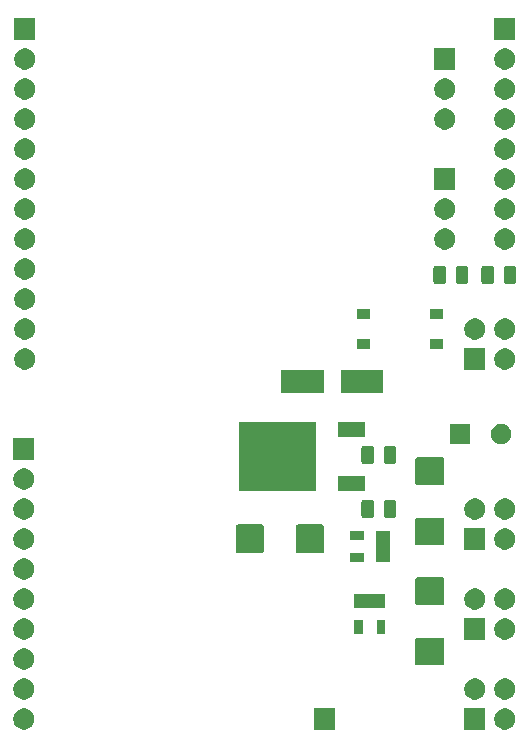
<source format=gbr>
G04 #@! TF.GenerationSoftware,KiCad,Pcbnew,5.1.5*
G04 #@! TF.CreationDate,2020-02-16T17:08:25+01:00*
G04 #@! TF.ProjectId,feuchtraumabzweigdose,66657563-6874-4726-9175-6d61627a7765,rev?*
G04 #@! TF.SameCoordinates,Original*
G04 #@! TF.FileFunction,Soldermask,Bot*
G04 #@! TF.FilePolarity,Negative*
%FSLAX46Y46*%
G04 Gerber Fmt 4.6, Leading zero omitted, Abs format (unit mm)*
G04 Created by KiCad (PCBNEW 5.1.5) date 2020-02-16 17:08:25*
%MOMM*%
%LPD*%
G04 APERTURE LIST*
%ADD10C,0.100000*%
G04 APERTURE END LIST*
D10*
G36*
X158381000Y-112661000D02*
G01*
X156579000Y-112661000D01*
X156579000Y-110859000D01*
X158381000Y-110859000D01*
X158381000Y-112661000D01*
G37*
G36*
X171081000Y-112661000D02*
G01*
X169279000Y-112661000D01*
X169279000Y-110859000D01*
X171081000Y-110859000D01*
X171081000Y-112661000D01*
G37*
G36*
X132113512Y-110863927D02*
G01*
X132262812Y-110893624D01*
X132426784Y-110961544D01*
X132574354Y-111060147D01*
X132699853Y-111185646D01*
X132798456Y-111333216D01*
X132866376Y-111497188D01*
X132901000Y-111671259D01*
X132901000Y-111848741D01*
X132866376Y-112022812D01*
X132798456Y-112186784D01*
X132699853Y-112334354D01*
X132574354Y-112459853D01*
X132426784Y-112558456D01*
X132262812Y-112626376D01*
X132113512Y-112656073D01*
X132088742Y-112661000D01*
X131911258Y-112661000D01*
X131886488Y-112656073D01*
X131737188Y-112626376D01*
X131573216Y-112558456D01*
X131425646Y-112459853D01*
X131300147Y-112334354D01*
X131201544Y-112186784D01*
X131133624Y-112022812D01*
X131099000Y-111848741D01*
X131099000Y-111671259D01*
X131133624Y-111497188D01*
X131201544Y-111333216D01*
X131300147Y-111185646D01*
X131425646Y-111060147D01*
X131573216Y-110961544D01*
X131737188Y-110893624D01*
X131886488Y-110863927D01*
X131911258Y-110859000D01*
X132088742Y-110859000D01*
X132113512Y-110863927D01*
G37*
G36*
X172833512Y-110863927D02*
G01*
X172982812Y-110893624D01*
X173146784Y-110961544D01*
X173294354Y-111060147D01*
X173419853Y-111185646D01*
X173518456Y-111333216D01*
X173586376Y-111497188D01*
X173621000Y-111671259D01*
X173621000Y-111848741D01*
X173586376Y-112022812D01*
X173518456Y-112186784D01*
X173419853Y-112334354D01*
X173294354Y-112459853D01*
X173146784Y-112558456D01*
X172982812Y-112626376D01*
X172833512Y-112656073D01*
X172808742Y-112661000D01*
X172631258Y-112661000D01*
X172606488Y-112656073D01*
X172457188Y-112626376D01*
X172293216Y-112558456D01*
X172145646Y-112459853D01*
X172020147Y-112334354D01*
X171921544Y-112186784D01*
X171853624Y-112022812D01*
X171819000Y-111848741D01*
X171819000Y-111671259D01*
X171853624Y-111497188D01*
X171921544Y-111333216D01*
X172020147Y-111185646D01*
X172145646Y-111060147D01*
X172293216Y-110961544D01*
X172457188Y-110893624D01*
X172606488Y-110863927D01*
X172631258Y-110859000D01*
X172808742Y-110859000D01*
X172833512Y-110863927D01*
G37*
G36*
X132113512Y-108323927D02*
G01*
X132262812Y-108353624D01*
X132426784Y-108421544D01*
X132574354Y-108520147D01*
X132699853Y-108645646D01*
X132798456Y-108793216D01*
X132866376Y-108957188D01*
X132901000Y-109131259D01*
X132901000Y-109308741D01*
X132866376Y-109482812D01*
X132798456Y-109646784D01*
X132699853Y-109794354D01*
X132574354Y-109919853D01*
X132426784Y-110018456D01*
X132262812Y-110086376D01*
X132113512Y-110116073D01*
X132088742Y-110121000D01*
X131911258Y-110121000D01*
X131886488Y-110116073D01*
X131737188Y-110086376D01*
X131573216Y-110018456D01*
X131425646Y-109919853D01*
X131300147Y-109794354D01*
X131201544Y-109646784D01*
X131133624Y-109482812D01*
X131099000Y-109308741D01*
X131099000Y-109131259D01*
X131133624Y-108957188D01*
X131201544Y-108793216D01*
X131300147Y-108645646D01*
X131425646Y-108520147D01*
X131573216Y-108421544D01*
X131737188Y-108353624D01*
X131886488Y-108323927D01*
X131911258Y-108319000D01*
X132088742Y-108319000D01*
X132113512Y-108323927D01*
G37*
G36*
X172833512Y-108323927D02*
G01*
X172982812Y-108353624D01*
X173146784Y-108421544D01*
X173294354Y-108520147D01*
X173419853Y-108645646D01*
X173518456Y-108793216D01*
X173586376Y-108957188D01*
X173621000Y-109131259D01*
X173621000Y-109308741D01*
X173586376Y-109482812D01*
X173518456Y-109646784D01*
X173419853Y-109794354D01*
X173294354Y-109919853D01*
X173146784Y-110018456D01*
X172982812Y-110086376D01*
X172833512Y-110116073D01*
X172808742Y-110121000D01*
X172631258Y-110121000D01*
X172606488Y-110116073D01*
X172457188Y-110086376D01*
X172293216Y-110018456D01*
X172145646Y-109919853D01*
X172020147Y-109794354D01*
X171921544Y-109646784D01*
X171853624Y-109482812D01*
X171819000Y-109308741D01*
X171819000Y-109131259D01*
X171853624Y-108957188D01*
X171921544Y-108793216D01*
X172020147Y-108645646D01*
X172145646Y-108520147D01*
X172293216Y-108421544D01*
X172457188Y-108353624D01*
X172606488Y-108323927D01*
X172631258Y-108319000D01*
X172808742Y-108319000D01*
X172833512Y-108323927D01*
G37*
G36*
X170293512Y-108323927D02*
G01*
X170442812Y-108353624D01*
X170606784Y-108421544D01*
X170754354Y-108520147D01*
X170879853Y-108645646D01*
X170978456Y-108793216D01*
X171046376Y-108957188D01*
X171081000Y-109131259D01*
X171081000Y-109308741D01*
X171046376Y-109482812D01*
X170978456Y-109646784D01*
X170879853Y-109794354D01*
X170754354Y-109919853D01*
X170606784Y-110018456D01*
X170442812Y-110086376D01*
X170293512Y-110116073D01*
X170268742Y-110121000D01*
X170091258Y-110121000D01*
X170066488Y-110116073D01*
X169917188Y-110086376D01*
X169753216Y-110018456D01*
X169605646Y-109919853D01*
X169480147Y-109794354D01*
X169381544Y-109646784D01*
X169313624Y-109482812D01*
X169279000Y-109308741D01*
X169279000Y-109131259D01*
X169313624Y-108957188D01*
X169381544Y-108793216D01*
X169480147Y-108645646D01*
X169605646Y-108520147D01*
X169753216Y-108421544D01*
X169917188Y-108353624D01*
X170066488Y-108323927D01*
X170091258Y-108319000D01*
X170268742Y-108319000D01*
X170293512Y-108323927D01*
G37*
G36*
X132113512Y-105783927D02*
G01*
X132262812Y-105813624D01*
X132426784Y-105881544D01*
X132574354Y-105980147D01*
X132699853Y-106105646D01*
X132798456Y-106253216D01*
X132866376Y-106417188D01*
X132901000Y-106591259D01*
X132901000Y-106768741D01*
X132866376Y-106942812D01*
X132798456Y-107106784D01*
X132699853Y-107254354D01*
X132574354Y-107379853D01*
X132426784Y-107478456D01*
X132262812Y-107546376D01*
X132113512Y-107576073D01*
X132088742Y-107581000D01*
X131911258Y-107581000D01*
X131886488Y-107576073D01*
X131737188Y-107546376D01*
X131573216Y-107478456D01*
X131425646Y-107379853D01*
X131300147Y-107254354D01*
X131201544Y-107106784D01*
X131133624Y-106942812D01*
X131099000Y-106768741D01*
X131099000Y-106591259D01*
X131133624Y-106417188D01*
X131201544Y-106253216D01*
X131300147Y-106105646D01*
X131425646Y-105980147D01*
X131573216Y-105881544D01*
X131737188Y-105813624D01*
X131886488Y-105783927D01*
X131911258Y-105779000D01*
X132088742Y-105779000D01*
X132113512Y-105783927D01*
G37*
G36*
X167463786Y-104882746D02*
G01*
X167494461Y-104892051D01*
X167522729Y-104907161D01*
X167547506Y-104927494D01*
X167567839Y-104952271D01*
X167582949Y-104980539D01*
X167592254Y-105011214D01*
X167596000Y-105049251D01*
X167596000Y-107060749D01*
X167592254Y-107098786D01*
X167582949Y-107129461D01*
X167567839Y-107157729D01*
X167547506Y-107182506D01*
X167522729Y-107202839D01*
X167494461Y-107217949D01*
X167463786Y-107227254D01*
X167425749Y-107231000D01*
X165314251Y-107231000D01*
X165276214Y-107227254D01*
X165245539Y-107217949D01*
X165217271Y-107202839D01*
X165192494Y-107182506D01*
X165172161Y-107157729D01*
X165157051Y-107129461D01*
X165147746Y-107098786D01*
X165144000Y-107060749D01*
X165144000Y-105049251D01*
X165147746Y-105011214D01*
X165157051Y-104980539D01*
X165172161Y-104952271D01*
X165192494Y-104927494D01*
X165217271Y-104907161D01*
X165245539Y-104892051D01*
X165276214Y-104882746D01*
X165314251Y-104879000D01*
X167425749Y-104879000D01*
X167463786Y-104882746D01*
G37*
G36*
X172833512Y-103243927D02*
G01*
X172982812Y-103273624D01*
X173146784Y-103341544D01*
X173294354Y-103440147D01*
X173419853Y-103565646D01*
X173518456Y-103713216D01*
X173586376Y-103877188D01*
X173621000Y-104051259D01*
X173621000Y-104228741D01*
X173586376Y-104402812D01*
X173518456Y-104566784D01*
X173419853Y-104714354D01*
X173294354Y-104839853D01*
X173146784Y-104938456D01*
X172982812Y-105006376D01*
X172833512Y-105036073D01*
X172808742Y-105041000D01*
X172631258Y-105041000D01*
X172606488Y-105036073D01*
X172457188Y-105006376D01*
X172293216Y-104938456D01*
X172145646Y-104839853D01*
X172020147Y-104714354D01*
X171921544Y-104566784D01*
X171853624Y-104402812D01*
X171819000Y-104228741D01*
X171819000Y-104051259D01*
X171853624Y-103877188D01*
X171921544Y-103713216D01*
X172020147Y-103565646D01*
X172145646Y-103440147D01*
X172293216Y-103341544D01*
X172457188Y-103273624D01*
X172606488Y-103243927D01*
X172631258Y-103239000D01*
X172808742Y-103239000D01*
X172833512Y-103243927D01*
G37*
G36*
X171081000Y-105041000D02*
G01*
X169279000Y-105041000D01*
X169279000Y-103239000D01*
X171081000Y-103239000D01*
X171081000Y-105041000D01*
G37*
G36*
X132113512Y-103243927D02*
G01*
X132262812Y-103273624D01*
X132426784Y-103341544D01*
X132574354Y-103440147D01*
X132699853Y-103565646D01*
X132798456Y-103713216D01*
X132866376Y-103877188D01*
X132901000Y-104051259D01*
X132901000Y-104228741D01*
X132866376Y-104402812D01*
X132798456Y-104566784D01*
X132699853Y-104714354D01*
X132574354Y-104839853D01*
X132426784Y-104938456D01*
X132262812Y-105006376D01*
X132113512Y-105036073D01*
X132088742Y-105041000D01*
X131911258Y-105041000D01*
X131886488Y-105036073D01*
X131737188Y-105006376D01*
X131573216Y-104938456D01*
X131425646Y-104839853D01*
X131300147Y-104714354D01*
X131201544Y-104566784D01*
X131133624Y-104402812D01*
X131099000Y-104228741D01*
X131099000Y-104051259D01*
X131133624Y-103877188D01*
X131201544Y-103713216D01*
X131300147Y-103565646D01*
X131425646Y-103440147D01*
X131573216Y-103341544D01*
X131737188Y-103273624D01*
X131886488Y-103243927D01*
X131911258Y-103239000D01*
X132088742Y-103239000D01*
X132113512Y-103243927D01*
G37*
G36*
X162616000Y-104551000D02*
G01*
X161864000Y-104551000D01*
X161864000Y-103389000D01*
X162616000Y-103389000D01*
X162616000Y-104551000D01*
G37*
G36*
X160716000Y-104551000D02*
G01*
X159964000Y-104551000D01*
X159964000Y-103389000D01*
X160716000Y-103389000D01*
X160716000Y-104551000D01*
G37*
G36*
X170293512Y-100703927D02*
G01*
X170442812Y-100733624D01*
X170606784Y-100801544D01*
X170754354Y-100900147D01*
X170879853Y-101025646D01*
X170978456Y-101173216D01*
X171046376Y-101337188D01*
X171081000Y-101511259D01*
X171081000Y-101688741D01*
X171046376Y-101862812D01*
X170978456Y-102026784D01*
X170879853Y-102174354D01*
X170754354Y-102299853D01*
X170606784Y-102398456D01*
X170442812Y-102466376D01*
X170293512Y-102496073D01*
X170268742Y-102501000D01*
X170091258Y-102501000D01*
X170066488Y-102496073D01*
X169917188Y-102466376D01*
X169753216Y-102398456D01*
X169605646Y-102299853D01*
X169480147Y-102174354D01*
X169381544Y-102026784D01*
X169313624Y-101862812D01*
X169279000Y-101688741D01*
X169279000Y-101511259D01*
X169313624Y-101337188D01*
X169381544Y-101173216D01*
X169480147Y-101025646D01*
X169605646Y-100900147D01*
X169753216Y-100801544D01*
X169917188Y-100733624D01*
X170066488Y-100703927D01*
X170091258Y-100699000D01*
X170268742Y-100699000D01*
X170293512Y-100703927D01*
G37*
G36*
X132113512Y-100703927D02*
G01*
X132262812Y-100733624D01*
X132426784Y-100801544D01*
X132574354Y-100900147D01*
X132699853Y-101025646D01*
X132798456Y-101173216D01*
X132866376Y-101337188D01*
X132901000Y-101511259D01*
X132901000Y-101688741D01*
X132866376Y-101862812D01*
X132798456Y-102026784D01*
X132699853Y-102174354D01*
X132574354Y-102299853D01*
X132426784Y-102398456D01*
X132262812Y-102466376D01*
X132113512Y-102496073D01*
X132088742Y-102501000D01*
X131911258Y-102501000D01*
X131886488Y-102496073D01*
X131737188Y-102466376D01*
X131573216Y-102398456D01*
X131425646Y-102299853D01*
X131300147Y-102174354D01*
X131201544Y-102026784D01*
X131133624Y-101862812D01*
X131099000Y-101688741D01*
X131099000Y-101511259D01*
X131133624Y-101337188D01*
X131201544Y-101173216D01*
X131300147Y-101025646D01*
X131425646Y-100900147D01*
X131573216Y-100801544D01*
X131737188Y-100733624D01*
X131886488Y-100703927D01*
X131911258Y-100699000D01*
X132088742Y-100699000D01*
X132113512Y-100703927D01*
G37*
G36*
X172833512Y-100703927D02*
G01*
X172982812Y-100733624D01*
X173146784Y-100801544D01*
X173294354Y-100900147D01*
X173419853Y-101025646D01*
X173518456Y-101173216D01*
X173586376Y-101337188D01*
X173621000Y-101511259D01*
X173621000Y-101688741D01*
X173586376Y-101862812D01*
X173518456Y-102026784D01*
X173419853Y-102174354D01*
X173294354Y-102299853D01*
X173146784Y-102398456D01*
X172982812Y-102466376D01*
X172833512Y-102496073D01*
X172808742Y-102501000D01*
X172631258Y-102501000D01*
X172606488Y-102496073D01*
X172457188Y-102466376D01*
X172293216Y-102398456D01*
X172145646Y-102299853D01*
X172020147Y-102174354D01*
X171921544Y-102026784D01*
X171853624Y-101862812D01*
X171819000Y-101688741D01*
X171819000Y-101511259D01*
X171853624Y-101337188D01*
X171921544Y-101173216D01*
X172020147Y-101025646D01*
X172145646Y-100900147D01*
X172293216Y-100801544D01*
X172457188Y-100733624D01*
X172606488Y-100703927D01*
X172631258Y-100699000D01*
X172808742Y-100699000D01*
X172833512Y-100703927D01*
G37*
G36*
X162616000Y-102351000D02*
G01*
X159964000Y-102351000D01*
X159964000Y-101189000D01*
X162616000Y-101189000D01*
X162616000Y-102351000D01*
G37*
G36*
X167463786Y-99782746D02*
G01*
X167494461Y-99792051D01*
X167522729Y-99807161D01*
X167547506Y-99827494D01*
X167567839Y-99852271D01*
X167582949Y-99880539D01*
X167592254Y-99911214D01*
X167596000Y-99949251D01*
X167596000Y-101960749D01*
X167592254Y-101998786D01*
X167582949Y-102029461D01*
X167567839Y-102057729D01*
X167547506Y-102082506D01*
X167522729Y-102102839D01*
X167494461Y-102117949D01*
X167463786Y-102127254D01*
X167425749Y-102131000D01*
X165314251Y-102131000D01*
X165276214Y-102127254D01*
X165245539Y-102117949D01*
X165217271Y-102102839D01*
X165192494Y-102082506D01*
X165172161Y-102057729D01*
X165157051Y-102029461D01*
X165147746Y-101998786D01*
X165144000Y-101960749D01*
X165144000Y-99949251D01*
X165147746Y-99911214D01*
X165157051Y-99880539D01*
X165172161Y-99852271D01*
X165192494Y-99827494D01*
X165217271Y-99807161D01*
X165245539Y-99792051D01*
X165276214Y-99782746D01*
X165314251Y-99779000D01*
X167425749Y-99779000D01*
X167463786Y-99782746D01*
G37*
G36*
X132113512Y-98163927D02*
G01*
X132262812Y-98193624D01*
X132426784Y-98261544D01*
X132574354Y-98360147D01*
X132699853Y-98485646D01*
X132798456Y-98633216D01*
X132866376Y-98797188D01*
X132901000Y-98971259D01*
X132901000Y-99148741D01*
X132866376Y-99322812D01*
X132798456Y-99486784D01*
X132699853Y-99634354D01*
X132574354Y-99759853D01*
X132426784Y-99858456D01*
X132262812Y-99926376D01*
X132113512Y-99956073D01*
X132088742Y-99961000D01*
X131911258Y-99961000D01*
X131886488Y-99956073D01*
X131737188Y-99926376D01*
X131573216Y-99858456D01*
X131425646Y-99759853D01*
X131300147Y-99634354D01*
X131201544Y-99486784D01*
X131133624Y-99322812D01*
X131099000Y-99148741D01*
X131099000Y-98971259D01*
X131133624Y-98797188D01*
X131201544Y-98633216D01*
X131300147Y-98485646D01*
X131425646Y-98360147D01*
X131573216Y-98261544D01*
X131737188Y-98193624D01*
X131886488Y-98163927D01*
X131911258Y-98159000D01*
X132088742Y-98159000D01*
X132113512Y-98163927D01*
G37*
G36*
X160771000Y-98481000D02*
G01*
X159609000Y-98481000D01*
X159609000Y-97729000D01*
X160771000Y-97729000D01*
X160771000Y-98481000D01*
G37*
G36*
X162971000Y-98481000D02*
G01*
X161809000Y-98481000D01*
X161809000Y-95829000D01*
X162971000Y-95829000D01*
X162971000Y-98481000D01*
G37*
G36*
X152163786Y-95297746D02*
G01*
X152194461Y-95307051D01*
X152222729Y-95322161D01*
X152247506Y-95342494D01*
X152267839Y-95367271D01*
X152282949Y-95395539D01*
X152292254Y-95426214D01*
X152296000Y-95464251D01*
X152296000Y-97575749D01*
X152292254Y-97613786D01*
X152282949Y-97644461D01*
X152267839Y-97672729D01*
X152247506Y-97697506D01*
X152222729Y-97717839D01*
X152194461Y-97732949D01*
X152163786Y-97742254D01*
X152125749Y-97746000D01*
X150114251Y-97746000D01*
X150076214Y-97742254D01*
X150045539Y-97732949D01*
X150017271Y-97717839D01*
X149992494Y-97697506D01*
X149972161Y-97672729D01*
X149957051Y-97644461D01*
X149947746Y-97613786D01*
X149944000Y-97575749D01*
X149944000Y-95464251D01*
X149947746Y-95426214D01*
X149957051Y-95395539D01*
X149972161Y-95367271D01*
X149992494Y-95342494D01*
X150017271Y-95322161D01*
X150045539Y-95307051D01*
X150076214Y-95297746D01*
X150114251Y-95294000D01*
X152125749Y-95294000D01*
X152163786Y-95297746D01*
G37*
G36*
X157263786Y-95297746D02*
G01*
X157294461Y-95307051D01*
X157322729Y-95322161D01*
X157347506Y-95342494D01*
X157367839Y-95367271D01*
X157382949Y-95395539D01*
X157392254Y-95426214D01*
X157396000Y-95464251D01*
X157396000Y-97575749D01*
X157392254Y-97613786D01*
X157382949Y-97644461D01*
X157367839Y-97672729D01*
X157347506Y-97697506D01*
X157322729Y-97717839D01*
X157294461Y-97732949D01*
X157263786Y-97742254D01*
X157225749Y-97746000D01*
X155214251Y-97746000D01*
X155176214Y-97742254D01*
X155145539Y-97732949D01*
X155117271Y-97717839D01*
X155092494Y-97697506D01*
X155072161Y-97672729D01*
X155057051Y-97644461D01*
X155047746Y-97613786D01*
X155044000Y-97575749D01*
X155044000Y-95464251D01*
X155047746Y-95426214D01*
X155057051Y-95395539D01*
X155072161Y-95367271D01*
X155092494Y-95342494D01*
X155117271Y-95322161D01*
X155145539Y-95307051D01*
X155176214Y-95297746D01*
X155214251Y-95294000D01*
X157225749Y-95294000D01*
X157263786Y-95297746D01*
G37*
G36*
X171081000Y-97421000D02*
G01*
X169279000Y-97421000D01*
X169279000Y-95619000D01*
X171081000Y-95619000D01*
X171081000Y-97421000D01*
G37*
G36*
X132113512Y-95623927D02*
G01*
X132262812Y-95653624D01*
X132426784Y-95721544D01*
X132574354Y-95820147D01*
X132699853Y-95945646D01*
X132798456Y-96093216D01*
X132866376Y-96257188D01*
X132901000Y-96431259D01*
X132901000Y-96608741D01*
X132866376Y-96782812D01*
X132798456Y-96946784D01*
X132699853Y-97094354D01*
X132574354Y-97219853D01*
X132426784Y-97318456D01*
X132262812Y-97386376D01*
X132113512Y-97416073D01*
X132088742Y-97421000D01*
X131911258Y-97421000D01*
X131886488Y-97416073D01*
X131737188Y-97386376D01*
X131573216Y-97318456D01*
X131425646Y-97219853D01*
X131300147Y-97094354D01*
X131201544Y-96946784D01*
X131133624Y-96782812D01*
X131099000Y-96608741D01*
X131099000Y-96431259D01*
X131133624Y-96257188D01*
X131201544Y-96093216D01*
X131300147Y-95945646D01*
X131425646Y-95820147D01*
X131573216Y-95721544D01*
X131737188Y-95653624D01*
X131886488Y-95623927D01*
X131911258Y-95619000D01*
X132088742Y-95619000D01*
X132113512Y-95623927D01*
G37*
G36*
X172833512Y-95623927D02*
G01*
X172982812Y-95653624D01*
X173146784Y-95721544D01*
X173294354Y-95820147D01*
X173419853Y-95945646D01*
X173518456Y-96093216D01*
X173586376Y-96257188D01*
X173621000Y-96431259D01*
X173621000Y-96608741D01*
X173586376Y-96782812D01*
X173518456Y-96946784D01*
X173419853Y-97094354D01*
X173294354Y-97219853D01*
X173146784Y-97318456D01*
X172982812Y-97386376D01*
X172833512Y-97416073D01*
X172808742Y-97421000D01*
X172631258Y-97421000D01*
X172606488Y-97416073D01*
X172457188Y-97386376D01*
X172293216Y-97318456D01*
X172145646Y-97219853D01*
X172020147Y-97094354D01*
X171921544Y-96946784D01*
X171853624Y-96782812D01*
X171819000Y-96608741D01*
X171819000Y-96431259D01*
X171853624Y-96257188D01*
X171921544Y-96093216D01*
X172020147Y-95945646D01*
X172145646Y-95820147D01*
X172293216Y-95721544D01*
X172457188Y-95653624D01*
X172606488Y-95623927D01*
X172631258Y-95619000D01*
X172808742Y-95619000D01*
X172833512Y-95623927D01*
G37*
G36*
X167463786Y-94722746D02*
G01*
X167494461Y-94732051D01*
X167522729Y-94747161D01*
X167547506Y-94767494D01*
X167567839Y-94792271D01*
X167582949Y-94820539D01*
X167592254Y-94851214D01*
X167596000Y-94889251D01*
X167596000Y-96900749D01*
X167592254Y-96938786D01*
X167582949Y-96969461D01*
X167567839Y-96997729D01*
X167547506Y-97022506D01*
X167522729Y-97042839D01*
X167494461Y-97057949D01*
X167463786Y-97067254D01*
X167425749Y-97071000D01*
X165314251Y-97071000D01*
X165276214Y-97067254D01*
X165245539Y-97057949D01*
X165217271Y-97042839D01*
X165192494Y-97022506D01*
X165172161Y-96997729D01*
X165157051Y-96969461D01*
X165147746Y-96938786D01*
X165144000Y-96900749D01*
X165144000Y-94889251D01*
X165147746Y-94851214D01*
X165157051Y-94820539D01*
X165172161Y-94792271D01*
X165192494Y-94767494D01*
X165217271Y-94747161D01*
X165245539Y-94732051D01*
X165276214Y-94722746D01*
X165314251Y-94719000D01*
X167425749Y-94719000D01*
X167463786Y-94722746D01*
G37*
G36*
X160771000Y-96581000D02*
G01*
X159609000Y-96581000D01*
X159609000Y-95829000D01*
X160771000Y-95829000D01*
X160771000Y-96581000D01*
G37*
G36*
X132113512Y-93083927D02*
G01*
X132262812Y-93113624D01*
X132426784Y-93181544D01*
X132574354Y-93280147D01*
X132699853Y-93405646D01*
X132798456Y-93553216D01*
X132866376Y-93717188D01*
X132901000Y-93891259D01*
X132901000Y-94068741D01*
X132866376Y-94242812D01*
X132798456Y-94406784D01*
X132699853Y-94554354D01*
X132574354Y-94679853D01*
X132426784Y-94778456D01*
X132262812Y-94846376D01*
X132113512Y-94876073D01*
X132088742Y-94881000D01*
X131911258Y-94881000D01*
X131886488Y-94876073D01*
X131737188Y-94846376D01*
X131573216Y-94778456D01*
X131425646Y-94679853D01*
X131300147Y-94554354D01*
X131201544Y-94406784D01*
X131133624Y-94242812D01*
X131099000Y-94068741D01*
X131099000Y-93891259D01*
X131133624Y-93717188D01*
X131201544Y-93553216D01*
X131300147Y-93405646D01*
X131425646Y-93280147D01*
X131573216Y-93181544D01*
X131737188Y-93113624D01*
X131886488Y-93083927D01*
X131911258Y-93079000D01*
X132088742Y-93079000D01*
X132113512Y-93083927D01*
G37*
G36*
X170293512Y-93083927D02*
G01*
X170442812Y-93113624D01*
X170606784Y-93181544D01*
X170754354Y-93280147D01*
X170879853Y-93405646D01*
X170978456Y-93553216D01*
X171046376Y-93717188D01*
X171081000Y-93891259D01*
X171081000Y-94068741D01*
X171046376Y-94242812D01*
X170978456Y-94406784D01*
X170879853Y-94554354D01*
X170754354Y-94679853D01*
X170606784Y-94778456D01*
X170442812Y-94846376D01*
X170293512Y-94876073D01*
X170268742Y-94881000D01*
X170091258Y-94881000D01*
X170066488Y-94876073D01*
X169917188Y-94846376D01*
X169753216Y-94778456D01*
X169605646Y-94679853D01*
X169480147Y-94554354D01*
X169381544Y-94406784D01*
X169313624Y-94242812D01*
X169279000Y-94068741D01*
X169279000Y-93891259D01*
X169313624Y-93717188D01*
X169381544Y-93553216D01*
X169480147Y-93405646D01*
X169605646Y-93280147D01*
X169753216Y-93181544D01*
X169917188Y-93113624D01*
X170066488Y-93083927D01*
X170091258Y-93079000D01*
X170268742Y-93079000D01*
X170293512Y-93083927D01*
G37*
G36*
X172833512Y-93083927D02*
G01*
X172982812Y-93113624D01*
X173146784Y-93181544D01*
X173294354Y-93280147D01*
X173419853Y-93405646D01*
X173518456Y-93553216D01*
X173586376Y-93717188D01*
X173621000Y-93891259D01*
X173621000Y-94068741D01*
X173586376Y-94242812D01*
X173518456Y-94406784D01*
X173419853Y-94554354D01*
X173294354Y-94679853D01*
X173146784Y-94778456D01*
X172982812Y-94846376D01*
X172833512Y-94876073D01*
X172808742Y-94881000D01*
X172631258Y-94881000D01*
X172606488Y-94876073D01*
X172457188Y-94846376D01*
X172293216Y-94778456D01*
X172145646Y-94679853D01*
X172020147Y-94554354D01*
X171921544Y-94406784D01*
X171853624Y-94242812D01*
X171819000Y-94068741D01*
X171819000Y-93891259D01*
X171853624Y-93717188D01*
X171921544Y-93553216D01*
X172020147Y-93405646D01*
X172145646Y-93280147D01*
X172293216Y-93181544D01*
X172457188Y-93113624D01*
X172606488Y-93083927D01*
X172631258Y-93079000D01*
X172808742Y-93079000D01*
X172833512Y-93083927D01*
G37*
G36*
X163361468Y-93233565D02*
G01*
X163400138Y-93245296D01*
X163435777Y-93264346D01*
X163467017Y-93289983D01*
X163492654Y-93321223D01*
X163511704Y-93356862D01*
X163523435Y-93395532D01*
X163528000Y-93441888D01*
X163528000Y-94518112D01*
X163523435Y-94564468D01*
X163511704Y-94603138D01*
X163492654Y-94638777D01*
X163467017Y-94670017D01*
X163435777Y-94695654D01*
X163400138Y-94714704D01*
X163361468Y-94726435D01*
X163315112Y-94731000D01*
X162663888Y-94731000D01*
X162617532Y-94726435D01*
X162578862Y-94714704D01*
X162543223Y-94695654D01*
X162511983Y-94670017D01*
X162486346Y-94638777D01*
X162467296Y-94603138D01*
X162455565Y-94564468D01*
X162451000Y-94518112D01*
X162451000Y-93441888D01*
X162455565Y-93395532D01*
X162467296Y-93356862D01*
X162486346Y-93321223D01*
X162511983Y-93289983D01*
X162543223Y-93264346D01*
X162578862Y-93245296D01*
X162617532Y-93233565D01*
X162663888Y-93229000D01*
X163315112Y-93229000D01*
X163361468Y-93233565D01*
G37*
G36*
X161486468Y-93233565D02*
G01*
X161525138Y-93245296D01*
X161560777Y-93264346D01*
X161592017Y-93289983D01*
X161617654Y-93321223D01*
X161636704Y-93356862D01*
X161648435Y-93395532D01*
X161653000Y-93441888D01*
X161653000Y-94518112D01*
X161648435Y-94564468D01*
X161636704Y-94603138D01*
X161617654Y-94638777D01*
X161592017Y-94670017D01*
X161560777Y-94695654D01*
X161525138Y-94714704D01*
X161486468Y-94726435D01*
X161440112Y-94731000D01*
X160788888Y-94731000D01*
X160742532Y-94726435D01*
X160703862Y-94714704D01*
X160668223Y-94695654D01*
X160636983Y-94670017D01*
X160611346Y-94638777D01*
X160592296Y-94603138D01*
X160580565Y-94564468D01*
X160576000Y-94518112D01*
X160576000Y-93441888D01*
X160580565Y-93395532D01*
X160592296Y-93356862D01*
X160611346Y-93321223D01*
X160636983Y-93289983D01*
X160668223Y-93264346D01*
X160703862Y-93245296D01*
X160742532Y-93233565D01*
X160788888Y-93229000D01*
X161440112Y-93229000D01*
X161486468Y-93233565D01*
G37*
G36*
X156726000Y-92486000D02*
G01*
X150224000Y-92486000D01*
X150224000Y-86584000D01*
X156726000Y-86584000D01*
X156726000Y-92486000D01*
G37*
G36*
X160926000Y-92466000D02*
G01*
X158624000Y-92466000D01*
X158624000Y-91164000D01*
X160926000Y-91164000D01*
X160926000Y-92466000D01*
G37*
G36*
X132113512Y-90543927D02*
G01*
X132262812Y-90573624D01*
X132426784Y-90641544D01*
X132574354Y-90740147D01*
X132699853Y-90865646D01*
X132798456Y-91013216D01*
X132866376Y-91177188D01*
X132901000Y-91351259D01*
X132901000Y-91528741D01*
X132866376Y-91702812D01*
X132798456Y-91866784D01*
X132699853Y-92014354D01*
X132574354Y-92139853D01*
X132426784Y-92238456D01*
X132262812Y-92306376D01*
X132113512Y-92336073D01*
X132088742Y-92341000D01*
X131911258Y-92341000D01*
X131886488Y-92336073D01*
X131737188Y-92306376D01*
X131573216Y-92238456D01*
X131425646Y-92139853D01*
X131300147Y-92014354D01*
X131201544Y-91866784D01*
X131133624Y-91702812D01*
X131099000Y-91528741D01*
X131099000Y-91351259D01*
X131133624Y-91177188D01*
X131201544Y-91013216D01*
X131300147Y-90865646D01*
X131425646Y-90740147D01*
X131573216Y-90641544D01*
X131737188Y-90573624D01*
X131886488Y-90543927D01*
X131911258Y-90539000D01*
X132088742Y-90539000D01*
X132113512Y-90543927D01*
G37*
G36*
X167463786Y-89622746D02*
G01*
X167494461Y-89632051D01*
X167522729Y-89647161D01*
X167547506Y-89667494D01*
X167567839Y-89692271D01*
X167582949Y-89720539D01*
X167592254Y-89751214D01*
X167596000Y-89789251D01*
X167596000Y-91800749D01*
X167592254Y-91838786D01*
X167582949Y-91869461D01*
X167567839Y-91897729D01*
X167547506Y-91922506D01*
X167522729Y-91942839D01*
X167494461Y-91957949D01*
X167463786Y-91967254D01*
X167425749Y-91971000D01*
X165314251Y-91971000D01*
X165276214Y-91967254D01*
X165245539Y-91957949D01*
X165217271Y-91942839D01*
X165192494Y-91922506D01*
X165172161Y-91897729D01*
X165157051Y-91869461D01*
X165147746Y-91838786D01*
X165144000Y-91800749D01*
X165144000Y-89789251D01*
X165147746Y-89751214D01*
X165157051Y-89720539D01*
X165172161Y-89692271D01*
X165192494Y-89667494D01*
X165217271Y-89647161D01*
X165245539Y-89632051D01*
X165276214Y-89622746D01*
X165314251Y-89619000D01*
X167425749Y-89619000D01*
X167463786Y-89622746D01*
G37*
G36*
X161486468Y-88661565D02*
G01*
X161525138Y-88673296D01*
X161560777Y-88692346D01*
X161592017Y-88717983D01*
X161617654Y-88749223D01*
X161636704Y-88784862D01*
X161648435Y-88823532D01*
X161653000Y-88869888D01*
X161653000Y-89946112D01*
X161648435Y-89992468D01*
X161636704Y-90031138D01*
X161617654Y-90066777D01*
X161592017Y-90098017D01*
X161560777Y-90123654D01*
X161525138Y-90142704D01*
X161486468Y-90154435D01*
X161440112Y-90159000D01*
X160788888Y-90159000D01*
X160742532Y-90154435D01*
X160703862Y-90142704D01*
X160668223Y-90123654D01*
X160636983Y-90098017D01*
X160611346Y-90066777D01*
X160592296Y-90031138D01*
X160580565Y-89992468D01*
X160576000Y-89946112D01*
X160576000Y-88869888D01*
X160580565Y-88823532D01*
X160592296Y-88784862D01*
X160611346Y-88749223D01*
X160636983Y-88717983D01*
X160668223Y-88692346D01*
X160703862Y-88673296D01*
X160742532Y-88661565D01*
X160788888Y-88657000D01*
X161440112Y-88657000D01*
X161486468Y-88661565D01*
G37*
G36*
X163361468Y-88661565D02*
G01*
X163400138Y-88673296D01*
X163435777Y-88692346D01*
X163467017Y-88717983D01*
X163492654Y-88749223D01*
X163511704Y-88784862D01*
X163523435Y-88823532D01*
X163528000Y-88869888D01*
X163528000Y-89946112D01*
X163523435Y-89992468D01*
X163511704Y-90031138D01*
X163492654Y-90066777D01*
X163467017Y-90098017D01*
X163435777Y-90123654D01*
X163400138Y-90142704D01*
X163361468Y-90154435D01*
X163315112Y-90159000D01*
X162663888Y-90159000D01*
X162617532Y-90154435D01*
X162578862Y-90142704D01*
X162543223Y-90123654D01*
X162511983Y-90098017D01*
X162486346Y-90066777D01*
X162467296Y-90031138D01*
X162455565Y-89992468D01*
X162451000Y-89946112D01*
X162451000Y-88869888D01*
X162455565Y-88823532D01*
X162467296Y-88784862D01*
X162486346Y-88749223D01*
X162511983Y-88717983D01*
X162543223Y-88692346D01*
X162578862Y-88673296D01*
X162617532Y-88661565D01*
X162663888Y-88657000D01*
X163315112Y-88657000D01*
X163361468Y-88661565D01*
G37*
G36*
X132901000Y-89801000D02*
G01*
X131099000Y-89801000D01*
X131099000Y-87999000D01*
X132901000Y-87999000D01*
X132901000Y-89801000D01*
G37*
G36*
X172658228Y-86811703D02*
G01*
X172813100Y-86875853D01*
X172952481Y-86968985D01*
X173071015Y-87087519D01*
X173164147Y-87226900D01*
X173228297Y-87381772D01*
X173261000Y-87546184D01*
X173261000Y-87713816D01*
X173228297Y-87878228D01*
X173164147Y-88033100D01*
X173071015Y-88172481D01*
X172952481Y-88291015D01*
X172813100Y-88384147D01*
X172658228Y-88448297D01*
X172493816Y-88481000D01*
X172326184Y-88481000D01*
X172161772Y-88448297D01*
X172006900Y-88384147D01*
X171867519Y-88291015D01*
X171748985Y-88172481D01*
X171655853Y-88033100D01*
X171591703Y-87878228D01*
X171559000Y-87713816D01*
X171559000Y-87546184D01*
X171591703Y-87381772D01*
X171655853Y-87226900D01*
X171748985Y-87087519D01*
X171867519Y-86968985D01*
X172006900Y-86875853D01*
X172161772Y-86811703D01*
X172326184Y-86779000D01*
X172493816Y-86779000D01*
X172658228Y-86811703D01*
G37*
G36*
X169761000Y-88481000D02*
G01*
X168059000Y-88481000D01*
X168059000Y-86779000D01*
X169761000Y-86779000D01*
X169761000Y-88481000D01*
G37*
G36*
X160926000Y-87906000D02*
G01*
X158624000Y-87906000D01*
X158624000Y-86604000D01*
X160926000Y-86604000D01*
X160926000Y-87906000D01*
G37*
G36*
X162416000Y-84136000D02*
G01*
X158814000Y-84136000D01*
X158814000Y-82234000D01*
X162416000Y-82234000D01*
X162416000Y-84136000D01*
G37*
G36*
X157416000Y-84136000D02*
G01*
X153814000Y-84136000D01*
X153814000Y-82234000D01*
X157416000Y-82234000D01*
X157416000Y-84136000D01*
G37*
G36*
X132193512Y-80383927D02*
G01*
X132342812Y-80413624D01*
X132506784Y-80481544D01*
X132654354Y-80580147D01*
X132779853Y-80705646D01*
X132878456Y-80853216D01*
X132946376Y-81017188D01*
X132981000Y-81191259D01*
X132981000Y-81368741D01*
X132946376Y-81542812D01*
X132878456Y-81706784D01*
X132779853Y-81854354D01*
X132654354Y-81979853D01*
X132506784Y-82078456D01*
X132342812Y-82146376D01*
X132193512Y-82176073D01*
X132168742Y-82181000D01*
X131991258Y-82181000D01*
X131966488Y-82176073D01*
X131817188Y-82146376D01*
X131653216Y-82078456D01*
X131505646Y-81979853D01*
X131380147Y-81854354D01*
X131281544Y-81706784D01*
X131213624Y-81542812D01*
X131179000Y-81368741D01*
X131179000Y-81191259D01*
X131213624Y-81017188D01*
X131281544Y-80853216D01*
X131380147Y-80705646D01*
X131505646Y-80580147D01*
X131653216Y-80481544D01*
X131817188Y-80413624D01*
X131966488Y-80383927D01*
X131991258Y-80379000D01*
X132168742Y-80379000D01*
X132193512Y-80383927D01*
G37*
G36*
X171081000Y-82181000D02*
G01*
X169279000Y-82181000D01*
X169279000Y-80379000D01*
X171081000Y-80379000D01*
X171081000Y-82181000D01*
G37*
G36*
X172833512Y-80383927D02*
G01*
X172982812Y-80413624D01*
X173146784Y-80481544D01*
X173294354Y-80580147D01*
X173419853Y-80705646D01*
X173518456Y-80853216D01*
X173586376Y-81017188D01*
X173621000Y-81191259D01*
X173621000Y-81368741D01*
X173586376Y-81542812D01*
X173518456Y-81706784D01*
X173419853Y-81854354D01*
X173294354Y-81979853D01*
X173146784Y-82078456D01*
X172982812Y-82146376D01*
X172833512Y-82176073D01*
X172808742Y-82181000D01*
X172631258Y-82181000D01*
X172606488Y-82176073D01*
X172457188Y-82146376D01*
X172293216Y-82078456D01*
X172145646Y-81979853D01*
X172020147Y-81854354D01*
X171921544Y-81706784D01*
X171853624Y-81542812D01*
X171819000Y-81368741D01*
X171819000Y-81191259D01*
X171853624Y-81017188D01*
X171921544Y-80853216D01*
X172020147Y-80705646D01*
X172145646Y-80580147D01*
X172293216Y-80481544D01*
X172457188Y-80413624D01*
X172606488Y-80383927D01*
X172631258Y-80379000D01*
X172808742Y-80379000D01*
X172833512Y-80383927D01*
G37*
G36*
X167456000Y-80461000D02*
G01*
X166354000Y-80461000D01*
X166354000Y-79559000D01*
X167456000Y-79559000D01*
X167456000Y-80461000D01*
G37*
G36*
X161306000Y-80461000D02*
G01*
X160204000Y-80461000D01*
X160204000Y-79559000D01*
X161306000Y-79559000D01*
X161306000Y-80461000D01*
G37*
G36*
X170293512Y-77843927D02*
G01*
X170442812Y-77873624D01*
X170606784Y-77941544D01*
X170754354Y-78040147D01*
X170879853Y-78165646D01*
X170978456Y-78313216D01*
X171046376Y-78477188D01*
X171081000Y-78651259D01*
X171081000Y-78828741D01*
X171046376Y-79002812D01*
X170978456Y-79166784D01*
X170879853Y-79314354D01*
X170754354Y-79439853D01*
X170606784Y-79538456D01*
X170442812Y-79606376D01*
X170293512Y-79636073D01*
X170268742Y-79641000D01*
X170091258Y-79641000D01*
X170066488Y-79636073D01*
X169917188Y-79606376D01*
X169753216Y-79538456D01*
X169605646Y-79439853D01*
X169480147Y-79314354D01*
X169381544Y-79166784D01*
X169313624Y-79002812D01*
X169279000Y-78828741D01*
X169279000Y-78651259D01*
X169313624Y-78477188D01*
X169381544Y-78313216D01*
X169480147Y-78165646D01*
X169605646Y-78040147D01*
X169753216Y-77941544D01*
X169917188Y-77873624D01*
X170066488Y-77843927D01*
X170091258Y-77839000D01*
X170268742Y-77839000D01*
X170293512Y-77843927D01*
G37*
G36*
X132193512Y-77843927D02*
G01*
X132342812Y-77873624D01*
X132506784Y-77941544D01*
X132654354Y-78040147D01*
X132779853Y-78165646D01*
X132878456Y-78313216D01*
X132946376Y-78477188D01*
X132981000Y-78651259D01*
X132981000Y-78828741D01*
X132946376Y-79002812D01*
X132878456Y-79166784D01*
X132779853Y-79314354D01*
X132654354Y-79439853D01*
X132506784Y-79538456D01*
X132342812Y-79606376D01*
X132193512Y-79636073D01*
X132168742Y-79641000D01*
X131991258Y-79641000D01*
X131966488Y-79636073D01*
X131817188Y-79606376D01*
X131653216Y-79538456D01*
X131505646Y-79439853D01*
X131380147Y-79314354D01*
X131281544Y-79166784D01*
X131213624Y-79002812D01*
X131179000Y-78828741D01*
X131179000Y-78651259D01*
X131213624Y-78477188D01*
X131281544Y-78313216D01*
X131380147Y-78165646D01*
X131505646Y-78040147D01*
X131653216Y-77941544D01*
X131817188Y-77873624D01*
X131966488Y-77843927D01*
X131991258Y-77839000D01*
X132168742Y-77839000D01*
X132193512Y-77843927D01*
G37*
G36*
X172833512Y-77843927D02*
G01*
X172982812Y-77873624D01*
X173146784Y-77941544D01*
X173294354Y-78040147D01*
X173419853Y-78165646D01*
X173518456Y-78313216D01*
X173586376Y-78477188D01*
X173621000Y-78651259D01*
X173621000Y-78828741D01*
X173586376Y-79002812D01*
X173518456Y-79166784D01*
X173419853Y-79314354D01*
X173294354Y-79439853D01*
X173146784Y-79538456D01*
X172982812Y-79606376D01*
X172833512Y-79636073D01*
X172808742Y-79641000D01*
X172631258Y-79641000D01*
X172606488Y-79636073D01*
X172457188Y-79606376D01*
X172293216Y-79538456D01*
X172145646Y-79439853D01*
X172020147Y-79314354D01*
X171921544Y-79166784D01*
X171853624Y-79002812D01*
X171819000Y-78828741D01*
X171819000Y-78651259D01*
X171853624Y-78477188D01*
X171921544Y-78313216D01*
X172020147Y-78165646D01*
X172145646Y-78040147D01*
X172293216Y-77941544D01*
X172457188Y-77873624D01*
X172606488Y-77843927D01*
X172631258Y-77839000D01*
X172808742Y-77839000D01*
X172833512Y-77843927D01*
G37*
G36*
X161306000Y-77921000D02*
G01*
X160204000Y-77921000D01*
X160204000Y-77019000D01*
X161306000Y-77019000D01*
X161306000Y-77921000D01*
G37*
G36*
X167456000Y-77921000D02*
G01*
X166354000Y-77921000D01*
X166354000Y-77019000D01*
X167456000Y-77019000D01*
X167456000Y-77921000D01*
G37*
G36*
X132193512Y-75303927D02*
G01*
X132342812Y-75333624D01*
X132506784Y-75401544D01*
X132654354Y-75500147D01*
X132779853Y-75625646D01*
X132878456Y-75773216D01*
X132946376Y-75937188D01*
X132981000Y-76111259D01*
X132981000Y-76288741D01*
X132946376Y-76462812D01*
X132878456Y-76626784D01*
X132779853Y-76774354D01*
X132654354Y-76899853D01*
X132506784Y-76998456D01*
X132342812Y-77066376D01*
X132193512Y-77096073D01*
X132168742Y-77101000D01*
X131991258Y-77101000D01*
X131966488Y-77096073D01*
X131817188Y-77066376D01*
X131653216Y-76998456D01*
X131505646Y-76899853D01*
X131380147Y-76774354D01*
X131281544Y-76626784D01*
X131213624Y-76462812D01*
X131179000Y-76288741D01*
X131179000Y-76111259D01*
X131213624Y-75937188D01*
X131281544Y-75773216D01*
X131380147Y-75625646D01*
X131505646Y-75500147D01*
X131653216Y-75401544D01*
X131817188Y-75333624D01*
X131966488Y-75303927D01*
X131991258Y-75299000D01*
X132168742Y-75299000D01*
X132193512Y-75303927D01*
G37*
G36*
X173521468Y-73421565D02*
G01*
X173560138Y-73433296D01*
X173595777Y-73452346D01*
X173627017Y-73477983D01*
X173652654Y-73509223D01*
X173671704Y-73544862D01*
X173683435Y-73583532D01*
X173688000Y-73629888D01*
X173688000Y-74706112D01*
X173683435Y-74752468D01*
X173671704Y-74791138D01*
X173652654Y-74826777D01*
X173627017Y-74858017D01*
X173595777Y-74883654D01*
X173560138Y-74902704D01*
X173521468Y-74914435D01*
X173475112Y-74919000D01*
X172823888Y-74919000D01*
X172777532Y-74914435D01*
X172738862Y-74902704D01*
X172703223Y-74883654D01*
X172671983Y-74858017D01*
X172646346Y-74826777D01*
X172627296Y-74791138D01*
X172615565Y-74752468D01*
X172611000Y-74706112D01*
X172611000Y-73629888D01*
X172615565Y-73583532D01*
X172627296Y-73544862D01*
X172646346Y-73509223D01*
X172671983Y-73477983D01*
X172703223Y-73452346D01*
X172738862Y-73433296D01*
X172777532Y-73421565D01*
X172823888Y-73417000D01*
X173475112Y-73417000D01*
X173521468Y-73421565D01*
G37*
G36*
X171646468Y-73421565D02*
G01*
X171685138Y-73433296D01*
X171720777Y-73452346D01*
X171752017Y-73477983D01*
X171777654Y-73509223D01*
X171796704Y-73544862D01*
X171808435Y-73583532D01*
X171813000Y-73629888D01*
X171813000Y-74706112D01*
X171808435Y-74752468D01*
X171796704Y-74791138D01*
X171777654Y-74826777D01*
X171752017Y-74858017D01*
X171720777Y-74883654D01*
X171685138Y-74902704D01*
X171646468Y-74914435D01*
X171600112Y-74919000D01*
X170948888Y-74919000D01*
X170902532Y-74914435D01*
X170863862Y-74902704D01*
X170828223Y-74883654D01*
X170796983Y-74858017D01*
X170771346Y-74826777D01*
X170752296Y-74791138D01*
X170740565Y-74752468D01*
X170736000Y-74706112D01*
X170736000Y-73629888D01*
X170740565Y-73583532D01*
X170752296Y-73544862D01*
X170771346Y-73509223D01*
X170796983Y-73477983D01*
X170828223Y-73452346D01*
X170863862Y-73433296D01*
X170902532Y-73421565D01*
X170948888Y-73417000D01*
X171600112Y-73417000D01*
X171646468Y-73421565D01*
G37*
G36*
X169457468Y-73421565D02*
G01*
X169496138Y-73433296D01*
X169531777Y-73452346D01*
X169563017Y-73477983D01*
X169588654Y-73509223D01*
X169607704Y-73544862D01*
X169619435Y-73583532D01*
X169624000Y-73629888D01*
X169624000Y-74706112D01*
X169619435Y-74752468D01*
X169607704Y-74791138D01*
X169588654Y-74826777D01*
X169563017Y-74858017D01*
X169531777Y-74883654D01*
X169496138Y-74902704D01*
X169457468Y-74914435D01*
X169411112Y-74919000D01*
X168759888Y-74919000D01*
X168713532Y-74914435D01*
X168674862Y-74902704D01*
X168639223Y-74883654D01*
X168607983Y-74858017D01*
X168582346Y-74826777D01*
X168563296Y-74791138D01*
X168551565Y-74752468D01*
X168547000Y-74706112D01*
X168547000Y-73629888D01*
X168551565Y-73583532D01*
X168563296Y-73544862D01*
X168582346Y-73509223D01*
X168607983Y-73477983D01*
X168639223Y-73452346D01*
X168674862Y-73433296D01*
X168713532Y-73421565D01*
X168759888Y-73417000D01*
X169411112Y-73417000D01*
X169457468Y-73421565D01*
G37*
G36*
X167582468Y-73421565D02*
G01*
X167621138Y-73433296D01*
X167656777Y-73452346D01*
X167688017Y-73477983D01*
X167713654Y-73509223D01*
X167732704Y-73544862D01*
X167744435Y-73583532D01*
X167749000Y-73629888D01*
X167749000Y-74706112D01*
X167744435Y-74752468D01*
X167732704Y-74791138D01*
X167713654Y-74826777D01*
X167688017Y-74858017D01*
X167656777Y-74883654D01*
X167621138Y-74902704D01*
X167582468Y-74914435D01*
X167536112Y-74919000D01*
X166884888Y-74919000D01*
X166838532Y-74914435D01*
X166799862Y-74902704D01*
X166764223Y-74883654D01*
X166732983Y-74858017D01*
X166707346Y-74826777D01*
X166688296Y-74791138D01*
X166676565Y-74752468D01*
X166672000Y-74706112D01*
X166672000Y-73629888D01*
X166676565Y-73583532D01*
X166688296Y-73544862D01*
X166707346Y-73509223D01*
X166732983Y-73477983D01*
X166764223Y-73452346D01*
X166799862Y-73433296D01*
X166838532Y-73421565D01*
X166884888Y-73417000D01*
X167536112Y-73417000D01*
X167582468Y-73421565D01*
G37*
G36*
X132193512Y-72763927D02*
G01*
X132342812Y-72793624D01*
X132506784Y-72861544D01*
X132654354Y-72960147D01*
X132779853Y-73085646D01*
X132878456Y-73233216D01*
X132946376Y-73397188D01*
X132981000Y-73571259D01*
X132981000Y-73748741D01*
X132946376Y-73922812D01*
X132878456Y-74086784D01*
X132779853Y-74234354D01*
X132654354Y-74359853D01*
X132506784Y-74458456D01*
X132342812Y-74526376D01*
X132193512Y-74556073D01*
X132168742Y-74561000D01*
X131991258Y-74561000D01*
X131966488Y-74556073D01*
X131817188Y-74526376D01*
X131653216Y-74458456D01*
X131505646Y-74359853D01*
X131380147Y-74234354D01*
X131281544Y-74086784D01*
X131213624Y-73922812D01*
X131179000Y-73748741D01*
X131179000Y-73571259D01*
X131213624Y-73397188D01*
X131281544Y-73233216D01*
X131380147Y-73085646D01*
X131505646Y-72960147D01*
X131653216Y-72861544D01*
X131817188Y-72793624D01*
X131966488Y-72763927D01*
X131991258Y-72759000D01*
X132168742Y-72759000D01*
X132193512Y-72763927D01*
G37*
G36*
X167753512Y-70223927D02*
G01*
X167902812Y-70253624D01*
X168066784Y-70321544D01*
X168214354Y-70420147D01*
X168339853Y-70545646D01*
X168438456Y-70693216D01*
X168506376Y-70857188D01*
X168541000Y-71031259D01*
X168541000Y-71208741D01*
X168506376Y-71382812D01*
X168438456Y-71546784D01*
X168339853Y-71694354D01*
X168214354Y-71819853D01*
X168066784Y-71918456D01*
X167902812Y-71986376D01*
X167753512Y-72016073D01*
X167728742Y-72021000D01*
X167551258Y-72021000D01*
X167526488Y-72016073D01*
X167377188Y-71986376D01*
X167213216Y-71918456D01*
X167065646Y-71819853D01*
X166940147Y-71694354D01*
X166841544Y-71546784D01*
X166773624Y-71382812D01*
X166739000Y-71208741D01*
X166739000Y-71031259D01*
X166773624Y-70857188D01*
X166841544Y-70693216D01*
X166940147Y-70545646D01*
X167065646Y-70420147D01*
X167213216Y-70321544D01*
X167377188Y-70253624D01*
X167526488Y-70223927D01*
X167551258Y-70219000D01*
X167728742Y-70219000D01*
X167753512Y-70223927D01*
G37*
G36*
X132193512Y-70223927D02*
G01*
X132342812Y-70253624D01*
X132506784Y-70321544D01*
X132654354Y-70420147D01*
X132779853Y-70545646D01*
X132878456Y-70693216D01*
X132946376Y-70857188D01*
X132981000Y-71031259D01*
X132981000Y-71208741D01*
X132946376Y-71382812D01*
X132878456Y-71546784D01*
X132779853Y-71694354D01*
X132654354Y-71819853D01*
X132506784Y-71918456D01*
X132342812Y-71986376D01*
X132193512Y-72016073D01*
X132168742Y-72021000D01*
X131991258Y-72021000D01*
X131966488Y-72016073D01*
X131817188Y-71986376D01*
X131653216Y-71918456D01*
X131505646Y-71819853D01*
X131380147Y-71694354D01*
X131281544Y-71546784D01*
X131213624Y-71382812D01*
X131179000Y-71208741D01*
X131179000Y-71031259D01*
X131213624Y-70857188D01*
X131281544Y-70693216D01*
X131380147Y-70545646D01*
X131505646Y-70420147D01*
X131653216Y-70321544D01*
X131817188Y-70253624D01*
X131966488Y-70223927D01*
X131991258Y-70219000D01*
X132168742Y-70219000D01*
X132193512Y-70223927D01*
G37*
G36*
X172833512Y-70223927D02*
G01*
X172982812Y-70253624D01*
X173146784Y-70321544D01*
X173294354Y-70420147D01*
X173419853Y-70545646D01*
X173518456Y-70693216D01*
X173586376Y-70857188D01*
X173621000Y-71031259D01*
X173621000Y-71208741D01*
X173586376Y-71382812D01*
X173518456Y-71546784D01*
X173419853Y-71694354D01*
X173294354Y-71819853D01*
X173146784Y-71918456D01*
X172982812Y-71986376D01*
X172833512Y-72016073D01*
X172808742Y-72021000D01*
X172631258Y-72021000D01*
X172606488Y-72016073D01*
X172457188Y-71986376D01*
X172293216Y-71918456D01*
X172145646Y-71819853D01*
X172020147Y-71694354D01*
X171921544Y-71546784D01*
X171853624Y-71382812D01*
X171819000Y-71208741D01*
X171819000Y-71031259D01*
X171853624Y-70857188D01*
X171921544Y-70693216D01*
X172020147Y-70545646D01*
X172145646Y-70420147D01*
X172293216Y-70321544D01*
X172457188Y-70253624D01*
X172606488Y-70223927D01*
X172631258Y-70219000D01*
X172808742Y-70219000D01*
X172833512Y-70223927D01*
G37*
G36*
X132193512Y-67683927D02*
G01*
X132342812Y-67713624D01*
X132506784Y-67781544D01*
X132654354Y-67880147D01*
X132779853Y-68005646D01*
X132878456Y-68153216D01*
X132946376Y-68317188D01*
X132981000Y-68491259D01*
X132981000Y-68668741D01*
X132946376Y-68842812D01*
X132878456Y-69006784D01*
X132779853Y-69154354D01*
X132654354Y-69279853D01*
X132506784Y-69378456D01*
X132342812Y-69446376D01*
X132193512Y-69476073D01*
X132168742Y-69481000D01*
X131991258Y-69481000D01*
X131966488Y-69476073D01*
X131817188Y-69446376D01*
X131653216Y-69378456D01*
X131505646Y-69279853D01*
X131380147Y-69154354D01*
X131281544Y-69006784D01*
X131213624Y-68842812D01*
X131179000Y-68668741D01*
X131179000Y-68491259D01*
X131213624Y-68317188D01*
X131281544Y-68153216D01*
X131380147Y-68005646D01*
X131505646Y-67880147D01*
X131653216Y-67781544D01*
X131817188Y-67713624D01*
X131966488Y-67683927D01*
X131991258Y-67679000D01*
X132168742Y-67679000D01*
X132193512Y-67683927D01*
G37*
G36*
X167753512Y-67683927D02*
G01*
X167902812Y-67713624D01*
X168066784Y-67781544D01*
X168214354Y-67880147D01*
X168339853Y-68005646D01*
X168438456Y-68153216D01*
X168506376Y-68317188D01*
X168541000Y-68491259D01*
X168541000Y-68668741D01*
X168506376Y-68842812D01*
X168438456Y-69006784D01*
X168339853Y-69154354D01*
X168214354Y-69279853D01*
X168066784Y-69378456D01*
X167902812Y-69446376D01*
X167753512Y-69476073D01*
X167728742Y-69481000D01*
X167551258Y-69481000D01*
X167526488Y-69476073D01*
X167377188Y-69446376D01*
X167213216Y-69378456D01*
X167065646Y-69279853D01*
X166940147Y-69154354D01*
X166841544Y-69006784D01*
X166773624Y-68842812D01*
X166739000Y-68668741D01*
X166739000Y-68491259D01*
X166773624Y-68317188D01*
X166841544Y-68153216D01*
X166940147Y-68005646D01*
X167065646Y-67880147D01*
X167213216Y-67781544D01*
X167377188Y-67713624D01*
X167526488Y-67683927D01*
X167551258Y-67679000D01*
X167728742Y-67679000D01*
X167753512Y-67683927D01*
G37*
G36*
X172833512Y-67683927D02*
G01*
X172982812Y-67713624D01*
X173146784Y-67781544D01*
X173294354Y-67880147D01*
X173419853Y-68005646D01*
X173518456Y-68153216D01*
X173586376Y-68317188D01*
X173621000Y-68491259D01*
X173621000Y-68668741D01*
X173586376Y-68842812D01*
X173518456Y-69006784D01*
X173419853Y-69154354D01*
X173294354Y-69279853D01*
X173146784Y-69378456D01*
X172982812Y-69446376D01*
X172833512Y-69476073D01*
X172808742Y-69481000D01*
X172631258Y-69481000D01*
X172606488Y-69476073D01*
X172457188Y-69446376D01*
X172293216Y-69378456D01*
X172145646Y-69279853D01*
X172020147Y-69154354D01*
X171921544Y-69006784D01*
X171853624Y-68842812D01*
X171819000Y-68668741D01*
X171819000Y-68491259D01*
X171853624Y-68317188D01*
X171921544Y-68153216D01*
X172020147Y-68005646D01*
X172145646Y-67880147D01*
X172293216Y-67781544D01*
X172457188Y-67713624D01*
X172606488Y-67683927D01*
X172631258Y-67679000D01*
X172808742Y-67679000D01*
X172833512Y-67683927D01*
G37*
G36*
X172833512Y-65143927D02*
G01*
X172982812Y-65173624D01*
X173146784Y-65241544D01*
X173294354Y-65340147D01*
X173419853Y-65465646D01*
X173518456Y-65613216D01*
X173586376Y-65777188D01*
X173621000Y-65951259D01*
X173621000Y-66128741D01*
X173586376Y-66302812D01*
X173518456Y-66466784D01*
X173419853Y-66614354D01*
X173294354Y-66739853D01*
X173146784Y-66838456D01*
X172982812Y-66906376D01*
X172833512Y-66936073D01*
X172808742Y-66941000D01*
X172631258Y-66941000D01*
X172606488Y-66936073D01*
X172457188Y-66906376D01*
X172293216Y-66838456D01*
X172145646Y-66739853D01*
X172020147Y-66614354D01*
X171921544Y-66466784D01*
X171853624Y-66302812D01*
X171819000Y-66128741D01*
X171819000Y-65951259D01*
X171853624Y-65777188D01*
X171921544Y-65613216D01*
X172020147Y-65465646D01*
X172145646Y-65340147D01*
X172293216Y-65241544D01*
X172457188Y-65173624D01*
X172606488Y-65143927D01*
X172631258Y-65139000D01*
X172808742Y-65139000D01*
X172833512Y-65143927D01*
G37*
G36*
X168541000Y-66941000D02*
G01*
X166739000Y-66941000D01*
X166739000Y-65139000D01*
X168541000Y-65139000D01*
X168541000Y-66941000D01*
G37*
G36*
X132193512Y-65143927D02*
G01*
X132342812Y-65173624D01*
X132506784Y-65241544D01*
X132654354Y-65340147D01*
X132779853Y-65465646D01*
X132878456Y-65613216D01*
X132946376Y-65777188D01*
X132981000Y-65951259D01*
X132981000Y-66128741D01*
X132946376Y-66302812D01*
X132878456Y-66466784D01*
X132779853Y-66614354D01*
X132654354Y-66739853D01*
X132506784Y-66838456D01*
X132342812Y-66906376D01*
X132193512Y-66936073D01*
X132168742Y-66941000D01*
X131991258Y-66941000D01*
X131966488Y-66936073D01*
X131817188Y-66906376D01*
X131653216Y-66838456D01*
X131505646Y-66739853D01*
X131380147Y-66614354D01*
X131281544Y-66466784D01*
X131213624Y-66302812D01*
X131179000Y-66128741D01*
X131179000Y-65951259D01*
X131213624Y-65777188D01*
X131281544Y-65613216D01*
X131380147Y-65465646D01*
X131505646Y-65340147D01*
X131653216Y-65241544D01*
X131817188Y-65173624D01*
X131966488Y-65143927D01*
X131991258Y-65139000D01*
X132168742Y-65139000D01*
X132193512Y-65143927D01*
G37*
G36*
X132193512Y-62603927D02*
G01*
X132342812Y-62633624D01*
X132506784Y-62701544D01*
X132654354Y-62800147D01*
X132779853Y-62925646D01*
X132878456Y-63073216D01*
X132946376Y-63237188D01*
X132981000Y-63411259D01*
X132981000Y-63588741D01*
X132946376Y-63762812D01*
X132878456Y-63926784D01*
X132779853Y-64074354D01*
X132654354Y-64199853D01*
X132506784Y-64298456D01*
X132342812Y-64366376D01*
X132193512Y-64396073D01*
X132168742Y-64401000D01*
X131991258Y-64401000D01*
X131966488Y-64396073D01*
X131817188Y-64366376D01*
X131653216Y-64298456D01*
X131505646Y-64199853D01*
X131380147Y-64074354D01*
X131281544Y-63926784D01*
X131213624Y-63762812D01*
X131179000Y-63588741D01*
X131179000Y-63411259D01*
X131213624Y-63237188D01*
X131281544Y-63073216D01*
X131380147Y-62925646D01*
X131505646Y-62800147D01*
X131653216Y-62701544D01*
X131817188Y-62633624D01*
X131966488Y-62603927D01*
X131991258Y-62599000D01*
X132168742Y-62599000D01*
X132193512Y-62603927D01*
G37*
G36*
X172833512Y-62603927D02*
G01*
X172982812Y-62633624D01*
X173146784Y-62701544D01*
X173294354Y-62800147D01*
X173419853Y-62925646D01*
X173518456Y-63073216D01*
X173586376Y-63237188D01*
X173621000Y-63411259D01*
X173621000Y-63588741D01*
X173586376Y-63762812D01*
X173518456Y-63926784D01*
X173419853Y-64074354D01*
X173294354Y-64199853D01*
X173146784Y-64298456D01*
X172982812Y-64366376D01*
X172833512Y-64396073D01*
X172808742Y-64401000D01*
X172631258Y-64401000D01*
X172606488Y-64396073D01*
X172457188Y-64366376D01*
X172293216Y-64298456D01*
X172145646Y-64199853D01*
X172020147Y-64074354D01*
X171921544Y-63926784D01*
X171853624Y-63762812D01*
X171819000Y-63588741D01*
X171819000Y-63411259D01*
X171853624Y-63237188D01*
X171921544Y-63073216D01*
X172020147Y-62925646D01*
X172145646Y-62800147D01*
X172293216Y-62701544D01*
X172457188Y-62633624D01*
X172606488Y-62603927D01*
X172631258Y-62599000D01*
X172808742Y-62599000D01*
X172833512Y-62603927D01*
G37*
G36*
X132193512Y-60063927D02*
G01*
X132342812Y-60093624D01*
X132506784Y-60161544D01*
X132654354Y-60260147D01*
X132779853Y-60385646D01*
X132878456Y-60533216D01*
X132946376Y-60697188D01*
X132981000Y-60871259D01*
X132981000Y-61048741D01*
X132946376Y-61222812D01*
X132878456Y-61386784D01*
X132779853Y-61534354D01*
X132654354Y-61659853D01*
X132506784Y-61758456D01*
X132342812Y-61826376D01*
X132193512Y-61856073D01*
X132168742Y-61861000D01*
X131991258Y-61861000D01*
X131966488Y-61856073D01*
X131817188Y-61826376D01*
X131653216Y-61758456D01*
X131505646Y-61659853D01*
X131380147Y-61534354D01*
X131281544Y-61386784D01*
X131213624Y-61222812D01*
X131179000Y-61048741D01*
X131179000Y-60871259D01*
X131213624Y-60697188D01*
X131281544Y-60533216D01*
X131380147Y-60385646D01*
X131505646Y-60260147D01*
X131653216Y-60161544D01*
X131817188Y-60093624D01*
X131966488Y-60063927D01*
X131991258Y-60059000D01*
X132168742Y-60059000D01*
X132193512Y-60063927D01*
G37*
G36*
X167753512Y-60063927D02*
G01*
X167902812Y-60093624D01*
X168066784Y-60161544D01*
X168214354Y-60260147D01*
X168339853Y-60385646D01*
X168438456Y-60533216D01*
X168506376Y-60697188D01*
X168541000Y-60871259D01*
X168541000Y-61048741D01*
X168506376Y-61222812D01*
X168438456Y-61386784D01*
X168339853Y-61534354D01*
X168214354Y-61659853D01*
X168066784Y-61758456D01*
X167902812Y-61826376D01*
X167753512Y-61856073D01*
X167728742Y-61861000D01*
X167551258Y-61861000D01*
X167526488Y-61856073D01*
X167377188Y-61826376D01*
X167213216Y-61758456D01*
X167065646Y-61659853D01*
X166940147Y-61534354D01*
X166841544Y-61386784D01*
X166773624Y-61222812D01*
X166739000Y-61048741D01*
X166739000Y-60871259D01*
X166773624Y-60697188D01*
X166841544Y-60533216D01*
X166940147Y-60385646D01*
X167065646Y-60260147D01*
X167213216Y-60161544D01*
X167377188Y-60093624D01*
X167526488Y-60063927D01*
X167551258Y-60059000D01*
X167728742Y-60059000D01*
X167753512Y-60063927D01*
G37*
G36*
X172833512Y-60063927D02*
G01*
X172982812Y-60093624D01*
X173146784Y-60161544D01*
X173294354Y-60260147D01*
X173419853Y-60385646D01*
X173518456Y-60533216D01*
X173586376Y-60697188D01*
X173621000Y-60871259D01*
X173621000Y-61048741D01*
X173586376Y-61222812D01*
X173518456Y-61386784D01*
X173419853Y-61534354D01*
X173294354Y-61659853D01*
X173146784Y-61758456D01*
X172982812Y-61826376D01*
X172833512Y-61856073D01*
X172808742Y-61861000D01*
X172631258Y-61861000D01*
X172606488Y-61856073D01*
X172457188Y-61826376D01*
X172293216Y-61758456D01*
X172145646Y-61659853D01*
X172020147Y-61534354D01*
X171921544Y-61386784D01*
X171853624Y-61222812D01*
X171819000Y-61048741D01*
X171819000Y-60871259D01*
X171853624Y-60697188D01*
X171921544Y-60533216D01*
X172020147Y-60385646D01*
X172145646Y-60260147D01*
X172293216Y-60161544D01*
X172457188Y-60093624D01*
X172606488Y-60063927D01*
X172631258Y-60059000D01*
X172808742Y-60059000D01*
X172833512Y-60063927D01*
G37*
G36*
X172833512Y-57523927D02*
G01*
X172982812Y-57553624D01*
X173146784Y-57621544D01*
X173294354Y-57720147D01*
X173419853Y-57845646D01*
X173518456Y-57993216D01*
X173586376Y-58157188D01*
X173621000Y-58331259D01*
X173621000Y-58508741D01*
X173586376Y-58682812D01*
X173518456Y-58846784D01*
X173419853Y-58994354D01*
X173294354Y-59119853D01*
X173146784Y-59218456D01*
X172982812Y-59286376D01*
X172833512Y-59316073D01*
X172808742Y-59321000D01*
X172631258Y-59321000D01*
X172606488Y-59316073D01*
X172457188Y-59286376D01*
X172293216Y-59218456D01*
X172145646Y-59119853D01*
X172020147Y-58994354D01*
X171921544Y-58846784D01*
X171853624Y-58682812D01*
X171819000Y-58508741D01*
X171819000Y-58331259D01*
X171853624Y-58157188D01*
X171921544Y-57993216D01*
X172020147Y-57845646D01*
X172145646Y-57720147D01*
X172293216Y-57621544D01*
X172457188Y-57553624D01*
X172606488Y-57523927D01*
X172631258Y-57519000D01*
X172808742Y-57519000D01*
X172833512Y-57523927D01*
G37*
G36*
X132193512Y-57523927D02*
G01*
X132342812Y-57553624D01*
X132506784Y-57621544D01*
X132654354Y-57720147D01*
X132779853Y-57845646D01*
X132878456Y-57993216D01*
X132946376Y-58157188D01*
X132981000Y-58331259D01*
X132981000Y-58508741D01*
X132946376Y-58682812D01*
X132878456Y-58846784D01*
X132779853Y-58994354D01*
X132654354Y-59119853D01*
X132506784Y-59218456D01*
X132342812Y-59286376D01*
X132193512Y-59316073D01*
X132168742Y-59321000D01*
X131991258Y-59321000D01*
X131966488Y-59316073D01*
X131817188Y-59286376D01*
X131653216Y-59218456D01*
X131505646Y-59119853D01*
X131380147Y-58994354D01*
X131281544Y-58846784D01*
X131213624Y-58682812D01*
X131179000Y-58508741D01*
X131179000Y-58331259D01*
X131213624Y-58157188D01*
X131281544Y-57993216D01*
X131380147Y-57845646D01*
X131505646Y-57720147D01*
X131653216Y-57621544D01*
X131817188Y-57553624D01*
X131966488Y-57523927D01*
X131991258Y-57519000D01*
X132168742Y-57519000D01*
X132193512Y-57523927D01*
G37*
G36*
X167753512Y-57523927D02*
G01*
X167902812Y-57553624D01*
X168066784Y-57621544D01*
X168214354Y-57720147D01*
X168339853Y-57845646D01*
X168438456Y-57993216D01*
X168506376Y-58157188D01*
X168541000Y-58331259D01*
X168541000Y-58508741D01*
X168506376Y-58682812D01*
X168438456Y-58846784D01*
X168339853Y-58994354D01*
X168214354Y-59119853D01*
X168066784Y-59218456D01*
X167902812Y-59286376D01*
X167753512Y-59316073D01*
X167728742Y-59321000D01*
X167551258Y-59321000D01*
X167526488Y-59316073D01*
X167377188Y-59286376D01*
X167213216Y-59218456D01*
X167065646Y-59119853D01*
X166940147Y-58994354D01*
X166841544Y-58846784D01*
X166773624Y-58682812D01*
X166739000Y-58508741D01*
X166739000Y-58331259D01*
X166773624Y-58157188D01*
X166841544Y-57993216D01*
X166940147Y-57845646D01*
X167065646Y-57720147D01*
X167213216Y-57621544D01*
X167377188Y-57553624D01*
X167526488Y-57523927D01*
X167551258Y-57519000D01*
X167728742Y-57519000D01*
X167753512Y-57523927D01*
G37*
G36*
X172833512Y-54983927D02*
G01*
X172982812Y-55013624D01*
X173146784Y-55081544D01*
X173294354Y-55180147D01*
X173419853Y-55305646D01*
X173518456Y-55453216D01*
X173586376Y-55617188D01*
X173621000Y-55791259D01*
X173621000Y-55968741D01*
X173586376Y-56142812D01*
X173518456Y-56306784D01*
X173419853Y-56454354D01*
X173294354Y-56579853D01*
X173146784Y-56678456D01*
X172982812Y-56746376D01*
X172833512Y-56776073D01*
X172808742Y-56781000D01*
X172631258Y-56781000D01*
X172606488Y-56776073D01*
X172457188Y-56746376D01*
X172293216Y-56678456D01*
X172145646Y-56579853D01*
X172020147Y-56454354D01*
X171921544Y-56306784D01*
X171853624Y-56142812D01*
X171819000Y-55968741D01*
X171819000Y-55791259D01*
X171853624Y-55617188D01*
X171921544Y-55453216D01*
X172020147Y-55305646D01*
X172145646Y-55180147D01*
X172293216Y-55081544D01*
X172457188Y-55013624D01*
X172606488Y-54983927D01*
X172631258Y-54979000D01*
X172808742Y-54979000D01*
X172833512Y-54983927D01*
G37*
G36*
X168541000Y-56781000D02*
G01*
X166739000Y-56781000D01*
X166739000Y-54979000D01*
X168541000Y-54979000D01*
X168541000Y-56781000D01*
G37*
G36*
X132193512Y-54983927D02*
G01*
X132342812Y-55013624D01*
X132506784Y-55081544D01*
X132654354Y-55180147D01*
X132779853Y-55305646D01*
X132878456Y-55453216D01*
X132946376Y-55617188D01*
X132981000Y-55791259D01*
X132981000Y-55968741D01*
X132946376Y-56142812D01*
X132878456Y-56306784D01*
X132779853Y-56454354D01*
X132654354Y-56579853D01*
X132506784Y-56678456D01*
X132342812Y-56746376D01*
X132193512Y-56776073D01*
X132168742Y-56781000D01*
X131991258Y-56781000D01*
X131966488Y-56776073D01*
X131817188Y-56746376D01*
X131653216Y-56678456D01*
X131505646Y-56579853D01*
X131380147Y-56454354D01*
X131281544Y-56306784D01*
X131213624Y-56142812D01*
X131179000Y-55968741D01*
X131179000Y-55791259D01*
X131213624Y-55617188D01*
X131281544Y-55453216D01*
X131380147Y-55305646D01*
X131505646Y-55180147D01*
X131653216Y-55081544D01*
X131817188Y-55013624D01*
X131966488Y-54983927D01*
X131991258Y-54979000D01*
X132168742Y-54979000D01*
X132193512Y-54983927D01*
G37*
G36*
X173621000Y-54241000D02*
G01*
X171819000Y-54241000D01*
X171819000Y-52439000D01*
X173621000Y-52439000D01*
X173621000Y-54241000D01*
G37*
G36*
X132981000Y-54241000D02*
G01*
X131179000Y-54241000D01*
X131179000Y-52439000D01*
X132981000Y-52439000D01*
X132981000Y-54241000D01*
G37*
M02*

</source>
